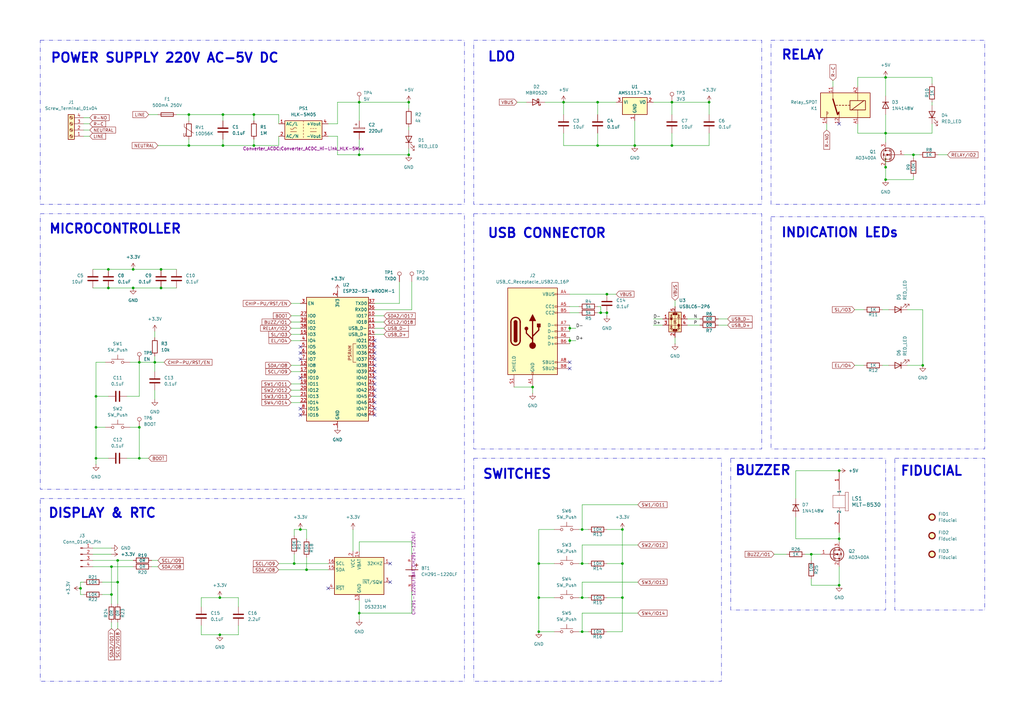
<source format=kicad_sch>
(kicad_sch (version 20250114) (generator "eeschema") (generator_version "9.0")
  (paper "A3")
  (title_block (title "ZEEN_AI_PLUG") (date "2026-01-18") (rev "v0.1.0A") (comment 1 "Design by-Lalith Kishore M"))
  (rectangle (start 16.51 87.63) (end 190.5 200.66) (stroke (width 0) (type dash_dot_dot)))
  (rectangle (start 194.31 16.51) (end 312.42 83.82) (stroke (width 0) (type dash_dot_dot)))
  (rectangle (start 299.72 187.96) (end 363.22 250.19) (stroke (width 0) (type dash_dot_dot)))
  (rectangle (start 16.51 16.51) (end 190.5 83.82) (stroke (width 0) (type dash_dot_dot)))
  (rectangle (start 16.51 204.47) (end 190.5 279.4) (stroke (width 0) (type dash_dot_dot)))
  (rectangle (start 316.23 88.9) (end 403.86 184.15) (stroke (width 0) (type dash_dot_dot)))
  (rectangle (start 367.03 187.96) (end 403.86 250.19) (stroke (width 0) (type dash_dot_dot)))
  (rectangle (start 316.23 16.51) (end 403.86 83.82) (stroke (width 0) (type dash_dot_dot)))
  (rectangle (start 194.31 187.96) (end 295.91 279.4) (stroke (width 0) (type dash_dot_dot)))
  (rectangle (start 194.31 87.63) (end 312.42 184.15) (stroke (width 0) (type dash_dot_dot)))
  (text "DISPLAY & RTC\n" (at 41.91 210.566 0) (effects (font (size 3.81 3.81) (thickness 0.762) (bold yes))))
  (text "MICROCONTROLLER\n" (at 47.244 93.98 0) (effects (font (size 3.81 3.81) (thickness 0.762) (bold yes))))
  (text "LDO" (at 205.74 23.368 0) (effects (font (size 3.81 3.81) (thickness 0.762) (bold yes))))
  (text "FIDUCIAL" (at 382.016 193.294 0) (effects (font (size 3.81 3.81) (thickness 0.762) (bold yes))))
  (text "POWER SUPPLY 220V AC-5V DC" (at 67.564 23.876 0) (effects (font (size 3.81 3.81) (thickness 0.762) (bold yes))))
  (text "BUZZER" (at 312.928 193.04 0) (effects (font (size 3.81 3.81) (thickness 0.762) (bold yes))))
  (text "INDICATION LEDs\n" (at 344.424 95.504 0) (effects (font (size 3.81 3.81) (thickness 0.762) (bold yes))))
  (text "SWITCHES" (at 212.09 194.564 0) (effects (font (size 3.81 3.81) (thickness 0.762) (bold yes))))
  (text "USB CONNECTOR" (at 224.282 95.758 0) (effects (font (size 3.81 3.81) (thickness 0.762) (bold yes))))
  (text "RELAY" (at 329.184 22.606 0) (effects (font (size 3.81 3.81) (thickness 0.762) (bold yes))))
  (junction (at 147.32 251.46))
  (junction (at 255.27 217.17))
  (junction (at 90.17 245.11))
  (junction (at 167.64 63.5))
  (junction (at 344.17 193.04))
  (junction (at 245.11 59.69))
  (junction (at 125.73 233.68))
  (junction (at 104.14 59.69))
  (junction (at 238.76 217.17))
  (junction (at 54.61 118.11))
  (junction (at 57.15 175.26))
  (junction (at 238.76 231.14))
  (junction (at 66.04 118.11))
  (junction (at 220.98 245.11))
  (junction (at 374.65 63.5))
  (junction (at 332.74 227.33))
  (junction (at 231.14 41.91))
  (junction (at 248.92 120.65))
  (junction (at 363.22 31.75))
  (junction (at 255.27 231.14))
  (junction (at 54.61 110.49))
  (junction (at 290.83 41.91))
  (junction (at 44.45 110.49))
  (junction (at 39.37 175.26))
  (junction (at 48.26 229.87))
  (junction (at 123.19 217.17))
  (junction (at 275.59 41.91))
  (junction (at 66.04 110.49))
  (junction (at 63.5 148.59))
  (junction (at 91.44 46.99))
  (junction (at 344.17 240.03))
  (junction (at 90.17 260.35))
  (junction (at 147.32 41.91))
  (junction (at 218.44 158.75))
  (junction (at 45.72 243.84))
  (junction (at 246.38 128.27))
  (junction (at 363.22 54.61))
  (junction (at 45.72 232.41))
  (junction (at 220.98 231.14))
  (junction (at 363.22 68.58))
  (junction (at 344.17 220.98))
  (junction (at 167.64 41.91))
  (junction (at 33.02 241.3))
  (junction (at 104.14 46.99))
  (junction (at 77.47 59.69))
  (junction (at 238.76 245.11))
  (junction (at 77.47 46.99))
  (junction (at 39.37 187.96))
  (junction (at 245.11 41.91))
  (junction (at 275.59 59.69))
  (junction (at 233.68 139.7))
  (junction (at 248.92 128.27))
  (junction (at 120.65 231.14))
  (junction (at 233.68 134.62))
  (junction (at 57.15 187.96))
  (junction (at 260.35 59.69))
  (junction (at 363.22 73.66))
  (junction (at 238.76 259.08))
  (junction (at 378.46 149.86))
  (junction (at 44.45 118.11))
  (junction (at 255.27 245.11))
  (junction (at 220.98 259.08))
  (junction (at 91.44 59.69))
  (junction (at 57.15 148.59))
  (junction (at 48.26 238.76))
  (junction (at 147.32 63.5))
  (junction (at 39.37 162.56))
  (no_connect (at 153.67 152.4))
  (no_connect (at 153.67 149.86))
  (no_connect (at 153.67 170.18))
  (no_connect (at 153.67 160.02))
  (no_connect (at 153.67 165.1))
  (no_connect (at 153.67 139.7))
  (no_connect (at 153.67 167.64))
  (no_connect (at 153.67 162.56))
  (no_connect (at 233.68 151.13))
  (no_connect (at 233.68 148.59))
  (no_connect (at 153.67 144.78))
  (no_connect (at 123.19 167.64))
  (no_connect (at 123.19 154.94))
  (no_connect (at 160.02 231.14))
  (no_connect (at 153.67 154.94))
  (no_connect (at 153.67 142.24))
  (no_connect (at 123.19 144.78))
  (no_connect (at 123.19 147.32))
  (no_connect (at 123.19 142.24))
  (no_connect (at 344.17 50.8))
  (no_connect (at 123.19 170.18))
  (no_connect (at 134.62 241.3))
  (no_connect (at 160.02 238.76))
  (no_connect (at 153.67 157.48))
  (no_connect (at 153.67 147.32))
  (wire (pts (xy 168.91 222.25) (xy 168.91 227.33)))
  (wire (pts (xy 34.29 50.8) (xy 36.83 50.8)))
  (wire (pts (xy 153.67 127) (xy 168.91 127)))
  (wire (pts (xy 77.47 59.69) (xy 91.44 59.69)))
  (wire (pts (xy 77.47 57.15) (xy 77.47 59.69)))
  (wire (pts (xy 351.79 50.8) (xy 351.79 54.61)))
  (wire (pts (xy 220.98 259.08) (xy 227.33 259.08)))
  (wire (pts (xy 36.83 55.88) (xy 34.29 55.88)))
  (wire (pts (xy 72.39 46.99) (xy 77.47 46.99)))
  (wire (pts (xy 38.1 110.49) (xy 44.45 110.49)))
  (wire (pts (xy 54.61 110.49) (xy 66.04 110.49)))
  (wire (pts (xy 168.91 242.57) (xy 168.91 251.46)))
  (wire (pts (xy 344.17 232.41) (xy 344.17 240.03)))
  (wire (pts (xy 260.35 49.53) (xy 260.35 59.69)))
  (wire (pts (xy 53.34 148.59) (xy 57.15 148.59)))
  (wire (pts (xy 317.5 227.33) (xy 322.58 227.33)))
  (wire (pts (xy 351.79 35.56) (xy 351.79 31.75)))
  (wire (pts (xy 344.17 218.44) (xy 344.17 220.98)))
  (wire (pts (xy 326.39 212.09) (xy 326.39 220.98)))
  (wire (pts (xy 64.77 59.69) (xy 77.47 59.69)))
  (wire (pts (xy 43.18 148.59) (xy 39.37 148.59)))
  (wire (pts (xy 33.02 238.76) (xy 33.02 241.3)))
  (wire (pts (xy 120.65 217.17) (xy 123.19 217.17)))
  (wire (pts (xy 62.23 229.87) (xy 64.77 229.87)))
  (wire (pts (xy 276.86 123.19) (xy 276.86 125.73)))
  (wire (pts (xy 294.64 130.81) (xy 298.45 130.81)))
  (wire (pts (xy 104.14 59.69) (xy 114.3 59.69)))
  (wire (pts (xy 119.38 132.08) (xy 123.19 132.08)))
  (wire (pts (xy 339.09 50.8) (xy 339.09 53.34)))
  (wire (pts (xy 138.43 50.8) (xy 138.43 41.91)))
  (wire (pts (xy 119.38 165.1) (xy 123.19 165.1)))
  (wire (pts (xy 281.94 130.81) (xy 287.02 130.81)))
  (wire (pts (xy 281.94 133.35) (xy 287.02 133.35)))
  (wire (pts (xy 332.74 227.33) (xy 332.74 229.87)))
  (wire (pts (xy 63.5 148.59) (xy 67.31 148.59)))
  (wire (pts (xy 344.17 240.03) (xy 332.74 240.03)))
  (wire (pts (xy 34.29 238.76) (xy 33.02 238.76)))
  (wire (pts (xy 233.68 134.62) (xy 236.22 134.62)))
  (wire (pts (xy 237.49 217.17) (xy 238.76 217.17)))
  (wire (pts (xy 361.95 149.86) (xy 364.49 149.86)))
  (wire (pts (xy 246.38 128.27) (xy 248.92 128.27)))
  (wire (pts (xy 267.97 130.81) (xy 271.78 130.81)))
  (wire (pts (xy 104.14 46.99) (xy 114.3 46.99)))
  (wire (pts (xy 363.22 68.58) (xy 363.22 73.66)))
  (wire (pts (xy 53.34 175.26) (xy 57.15 175.26)))
  (wire (pts (xy 91.44 46.99) (xy 104.14 46.99)))
  (wire (pts (xy 138.43 55.88) (xy 138.43 63.5)))
  (wire (pts (xy 63.5 135.89) (xy 63.5 138.43)))
  (wire (pts (xy 91.44 59.69) (xy 104.14 59.69)))
  (wire (pts (xy 233.68 134.62) (xy 233.68 135.89)))
  (wire (pts (xy 34.29 48.26) (xy 36.83 48.26)))
  (wire (pts (xy 341.63 33.02) (xy 341.63 35.56)))
  (wire (pts (xy 91.44 46.99) (xy 91.44 49.53)))
  (wire (pts (xy 220.98 231.14) (xy 227.33 231.14)))
  (wire (pts (xy 119.38 160.02) (xy 123.19 160.02)))
  (wire (pts (xy 119.38 149.86) (xy 123.19 149.86)))
  (wire (pts (xy 363.22 73.66) (xy 374.65 73.66)))
  (wire (pts (xy 39.37 187.96) (xy 39.37 190.5)))
  (wire (pts (xy 82.55 256.54) (xy 82.55 260.35)))
  (wire (pts (xy 350.52 149.86) (xy 354.33 149.86)))
  (wire (pts (xy 261.62 223.52) (xy 238.76 223.52)))
  (wire (pts (xy 248.92 231.14) (xy 255.27 231.14)))
  (wire (pts (xy 48.26 229.87) (xy 54.61 229.87)))
  (wire (pts (xy 134.62 50.8) (xy 138.43 50.8)))
  (wire (pts (xy 261.62 251.46) (xy 238.76 251.46)))
  (wire (pts (xy 332.74 240.03) (xy 332.74 237.49)))
  (wire (pts (xy 275.59 59.69) (xy 260.35 59.69)))
  (wire (pts (xy 326.39 204.47) (xy 326.39 193.04)))
  (wire (pts (xy 77.47 46.99) (xy 77.47 49.53)))
  (wire (pts (xy 38.1 229.87) (xy 48.26 229.87)))
  (wire (pts (xy 363.22 31.75) (xy 382.27 31.75)))
  (wire (pts (xy 153.67 124.46) (xy 163.83 124.46)))
  (wire (pts (xy 363.22 31.75) (xy 363.22 39.37)))
  (wire (pts (xy 119.38 162.56) (xy 123.19 162.56)))
  (wire (pts (xy 119.38 137.16) (xy 123.19 137.16)))
  (wire (pts (xy 275.59 41.91) (xy 275.59 46.99)))
  (wire (pts (xy 261.62 207.01) (xy 238.76 207.01)))
  (wire (pts (xy 66.04 110.49) (xy 72.39 110.49)))
  (wire (pts (xy 33.02 241.3) (xy 33.02 243.84)))
  (wire (pts (xy 147.32 246.38) (xy 147.32 251.46)))
  (wire (pts (xy 39.37 187.96) (xy 44.45 187.96)))
  (wire (pts (xy 167.64 41.91) (xy 167.64 44.45)))
  (wire (pts (xy 38.1 232.41) (xy 45.72 232.41)))
  (wire (pts (xy 90.17 245.11) (xy 97.79 245.11)))
  (wire (pts (xy 44.45 110.49) (xy 54.61 110.49)))
  (wire (pts (xy 63.5 160.02) (xy 63.5 163.83)))
  (wire (pts (xy 45.72 232.41) (xy 54.61 232.41)))
  (wire (pts (xy 120.65 227.33) (xy 120.65 231.14)))
  (wire (pts (xy 125.73 228.6) (xy 125.73 233.68)))
  (wire (pts (xy 43.18 175.26) (xy 39.37 175.26)))
  (wire (pts (xy 220.98 217.17) (xy 220.98 231.14)))
  (wire (pts (xy 378.46 127) (xy 378.46 149.86)))
  (wire (pts (xy 168.91 251.46) (xy 147.32 251.46)))
  (wire (pts (xy 147.32 251.46) (xy 147.32 254)))
  (wire (pts (xy 54.61 118.11) (xy 66.04 118.11)))
  (wire (pts (xy 114.3 233.68) (xy 125.73 233.68)))
  (wire (pts (xy 45.72 232.41) (xy 45.72 243.84)))
  (wire (pts (xy 245.11 46.99) (xy 245.11 41.91)))
  (wire (pts (xy 218.44 158.75) (xy 218.44 161.29)))
  (wire (pts (xy 326.39 220.98) (xy 344.17 220.98)))
  (wire (pts (xy 66.04 118.11) (xy 72.39 118.11)))
  (wire (pts (xy 237.49 245.11) (xy 238.76 245.11)))
  (wire (pts (xy 382.27 41.91) (xy 382.27 43.18)))
  (wire (pts (xy 237.49 231.14) (xy 238.76 231.14)))
  (wire (pts (xy 119.38 134.62) (xy 123.19 134.62)))
  (wire (pts (xy 41.91 243.84) (xy 45.72 243.84)))
  (wire (pts (xy 233.68 128.27) (xy 237.49 128.27)))
  (wire (pts (xy 384.81 63.5) (xy 388.62 63.5)))
  (wire (pts (xy 238.76 251.46) (xy 238.76 259.08)))
  (wire (pts (xy 123.19 217.17) (xy 125.73 217.17)))
  (wire (pts (xy 125.73 233.68) (xy 134.62 233.68)))
  (wire (pts (xy 246.38 125.73) (xy 246.38 128.27)))
  (wire (pts (xy 374.65 73.66) (xy 374.65 72.39)))
  (wire (pts (xy 276.86 138.43) (xy 276.86 140.97)))
  (wire (pts (xy 267.97 41.91) (xy 275.59 41.91)))
  (wire (pts (xy 374.65 63.5) (xy 377.19 63.5)))
  (wire (pts (xy 91.44 57.15) (xy 91.44 59.69)))
  (wire (pts (xy 248.92 245.11) (xy 255.27 245.11)))
  (wire (pts (xy 60.96 46.99) (xy 64.77 46.99)))
  (wire (pts (xy 119.38 129.54) (xy 123.19 129.54)))
  (wire (pts (xy 238.76 207.01) (xy 238.76 217.17)))
  (wire (pts (xy 119.38 152.4) (xy 123.19 152.4)))
  (wire (pts (xy 39.37 148.59) (xy 39.37 162.56)))
  (wire (pts (xy 255.27 217.17) (xy 255.27 231.14)))
  (wire (pts (xy 114.3 46.99) (xy 114.3 50.8)))
  (wire (pts (xy 233.68 139.7) (xy 236.22 139.7)))
  (wire (pts (xy 255.27 231.14) (xy 255.27 245.11)))
  (wire (pts (xy 114.3 231.14) (xy 120.65 231.14)))
  (wire (pts (xy 238.76 231.14) (xy 241.3 231.14)))
  (wire (pts (xy 38.1 224.79) (xy 45.72 224.79)))
  (wire (pts (xy 374.65 63.5) (xy 374.65 64.77)))
  (wire (pts (xy 237.49 259.08) (xy 238.76 259.08)))
  (wire (pts (xy 350.52 127) (xy 354.33 127)))
  (wire (pts (xy 231.14 59.69) (xy 245.11 59.69)))
  (wire (pts (xy 45.72 255.27) (xy 45.72 257.81)))
  (wire (pts (xy 255.27 259.08) (xy 248.92 259.08)))
  (wire (pts (xy 97.79 245.11) (xy 97.79 248.92)))
  (wire (pts (xy 138.43 63.5) (xy 147.32 63.5)))
  (wire (pts (xy 351.79 31.75) (xy 363.22 31.75)))
  (wire (pts (xy 62.23 232.41) (xy 64.77 232.41)))
  (wire (pts (xy 33.02 243.84) (xy 34.29 243.84)))
  (wire (pts (xy 120.65 231.14) (xy 134.62 231.14)))
  (wire (pts (xy 38.1 118.11) (xy 44.45 118.11)))
  (wire (pts (xy 220.98 245.11) (xy 220.98 259.08)))
  (wire (pts (xy 120.65 219.71) (xy 120.65 217.17)))
  (wire (pts (xy 77.47 46.99) (xy 91.44 46.99)))
  (wire (pts (xy 238.76 238.76) (xy 238.76 245.11)))
  (wire (pts (xy 231.14 46.99) (xy 231.14 41.91)))
  (wire (pts (xy 248.92 128.27) (xy 248.92 129.54)))
  (wire (pts (xy 238.76 259.08) (xy 241.3 259.08)))
  (wire (pts (xy 45.72 243.84) (xy 45.72 247.65)))
  (wire (pts (xy 119.38 124.46) (xy 123.19 124.46)))
  (wire (pts (xy 57.15 187.96) (xy 60.96 187.96)))
  (wire (pts (xy 57.15 162.56) (xy 57.15 148.59)))
  (wire (pts (xy 57.15 148.59) (xy 63.5 148.59)))
  (wire (pts (xy 125.73 217.17) (xy 125.73 220.98)))
  (wire (pts (xy 41.91 238.76) (xy 48.26 238.76)))
  (wire (pts (xy 233.68 139.7) (xy 233.68 140.97)))
  (wire (pts (xy 147.32 63.5) (xy 167.64 63.5)))
  (wire (pts (xy 220.98 231.14) (xy 220.98 245.11)))
  (wire (pts (xy 153.67 134.62) (xy 157.48 134.62)))
  (wire (pts (xy 238.76 245.11) (xy 241.3 245.11)))
  (wire (pts (xy 363.22 64.77) (xy 363.22 68.58)))
  (wire (pts (xy 382.27 50.8) (xy 382.27 54.61)))
  (wire (pts (xy 267.97 133.35) (xy 271.78 133.35)))
  (wire (pts (xy 275.59 54.61) (xy 275.59 59.69)))
  (wire (pts (xy 147.32 226.06) (xy 147.32 222.25)))
  (wire (pts (xy 223.52 41.91) (xy 231.14 41.91)))
  (wire (pts (xy 82.55 248.92) (xy 82.55 245.11)))
  (wire (pts (xy 233.68 125.73) (xy 237.49 125.73)))
  (wire (pts (xy 231.14 41.91) (xy 245.11 41.91)))
  (wire (pts (xy 163.83 124.46) (xy 163.83 115.57)))
  (wire (pts (xy 294.64 133.35) (xy 298.45 133.35)))
  (wire (pts (xy 168.91 127) (xy 168.91 115.57)))
  (wire (pts (xy 34.29 53.34) (xy 36.83 53.34)))
  (wire (pts (xy 233.68 120.65) (xy 248.92 120.65)))
  (wire (pts (xy 90.17 260.35) (xy 97.79 260.35)))
  (wire (pts (xy 245.11 41.91) (xy 252.73 41.91)))
  (wire (pts (xy 144.78 217.17) (xy 144.78 226.06)))
  (wire (pts (xy 261.62 238.76) (xy 238.76 238.76)))
  (wire (pts (xy 119.38 157.48) (xy 123.19 157.48)))
  (wire (pts (xy 82.55 260.35) (xy 90.17 260.35)))
  (wire (pts (xy 260.35 59.69) (xy 245.11 59.69)))
  (wire (pts (xy 48.26 255.27) (xy 48.26 257.81)))
  (wire (pts (xy 290.83 41.91) (xy 275.59 41.91)))
  (wire (pts (xy 245.11 128.27) (xy 246.38 128.27)))
  (wire (pts (xy 48.26 238.76) (xy 48.26 247.65)))
  (wire (pts (xy 382.27 31.75) (xy 382.27 34.29)))
  (wire (pts (xy 52.07 162.56) (xy 57.15 162.56)))
  (wire (pts (xy 114.3 55.88) (xy 114.3 59.69)))
  (wire (pts (xy 82.55 245.11) (xy 90.17 245.11)))
  (wire (pts (xy 372.11 149.86) (xy 378.46 149.86)))
  (wire (pts (xy 153.67 132.08) (xy 157.48 132.08)))
  (wire (pts (xy 245.11 59.69) (xy 245.11 54.61)))
  (wire (pts (xy 147.32 41.91) (xy 167.64 41.91)))
  (wire (pts (xy 63.5 146.05) (xy 63.5 148.59)))
  (wire (pts (xy 238.76 217.17) (xy 241.3 217.17)))
  (wire (pts (xy 104.14 46.99) (xy 104.14 49.53)))
  (wire (pts (xy 220.98 245.11) (xy 227.33 245.11)))
  (wire (pts (xy 363.22 46.99) (xy 363.22 54.61)))
  (wire (pts (xy 290.83 54.61) (xy 290.83 59.69)))
  (wire (pts (xy 248.92 217.17) (xy 255.27 217.17)))
  (wire (pts (xy 290.83 59.69) (xy 275.59 59.69)))
  (wire (pts (xy 104.14 57.15) (xy 104.14 59.69)))
  (wire (pts (xy 38.1 227.33) (xy 45.72 227.33)))
  (wire (pts (xy 119.38 139.7) (xy 123.19 139.7)))
  (wire (pts (xy 332.74 227.33) (xy 330.2 227.33)))
  (wire (pts (xy 138.43 41.91) (xy 147.32 41.91)))
  (wire (pts (xy 39.37 162.56) (xy 44.45 162.56)))
  (wire (pts (xy 57.15 175.26) (xy 57.15 187.96)))
  (wire (pts (xy 344.17 220.98) (xy 344.17 222.25)))
  (wire (pts (xy 147.32 222.25) (xy 168.91 222.25)))
  (wire (pts (xy 57.15 187.96) (xy 52.07 187.96)))
  (wire (pts (xy 248.92 120.65) (xy 252.73 120.65)))
  (wire (pts (xy 147.32 49.53) (xy 147.32 41.91)))
  (wire (pts (xy 147.32 57.15) (xy 147.32 63.5)))
  (wire (pts (xy 370.84 63.5) (xy 374.65 63.5)))
  (wire (pts (xy 255.27 245.11) (xy 255.27 259.08)))
  (wire (pts (xy 290.83 46.99) (xy 290.83 41.91)))
  (wire (pts (xy 44.45 118.11) (xy 54.61 118.11)))
  (wire (pts (xy 134.62 55.88) (xy 138.43 55.88)))
  (wire (pts (xy 220.98 217.17) (xy 227.33 217.17)))
  (wire (pts (xy 372.11 127) (xy 378.46 127)))
  (wire (pts (xy 153.67 129.54) (xy 157.48 129.54)))
  (wire (pts (xy 245.11 125.73) (xy 246.38 125.73)))
  (wire (pts (xy 238.76 223.52) (xy 238.76 231.14)))
  (wire (pts (xy 361.95 127) (xy 364.49 127)))
  (wire (pts (xy 167.64 52.07) (xy 167.64 53.34)))
  (wire (pts (xy 63.5 148.59) (xy 63.5 152.4)))
  (wire (pts (xy 363.22 54.61) (xy 363.22 58.42)))
  (wire (pts (xy 231.14 54.61) (xy 231.14 59.69)))
  (wire (pts (xy 336.55 227.33) (xy 332.74 227.33)))
  (wire (pts (xy 48.26 229.87) (xy 48.26 238.76)))
  (wire (pts (xy 382.27 54.61) (xy 363.22 54.61)))
  (wire (pts (xy 212.09 41.91) (xy 215.9 41.91)))
  (wire (pts (xy 153.67 137.16) (xy 157.48 137.16)))
  (wire (pts (xy 326.39 193.04) (xy 344.17 193.04)))
  (wire (pts (xy 39.37 175.26) (xy 39.37 187.96)))
  (wire (pts (xy 167.64 63.5) (xy 167.64 60.96)))
  (wire (pts (xy 233.68 133.35) (xy 233.68 134.62)))
  (wire (pts (xy 351.79 54.61) (xy 363.22 54.61)))
  (wire (pts (xy 210.82 158.75) (xy 218.44 158.75)))
  (wire (pts (xy 39.37 162.56) (xy 39.37 175.26)))
  (wire (pts (xy 233.68 138.43) (xy 233.68 139.7)))
  (wire (pts (xy 97.79 260.35) (xy 97.79 256.54)))
  (label "P" (at 284.48 133.35 0))
  (label "D+" (at 267.97 133.35 0))
  (label "N" (at 284.48 130.81 0))
  (label "D-" (at 267.97 130.81 0))
  (label "D-" (at 236.22 134.62 0))
  (label "D+" (at 236.22 139.7 0))
  (global_label "BUZZ{slash}IO1" (shape input) (at 317.5 227.33 180) (property "Intersheetrefs" "${INTERSHEET_REFS}" (effects (hide yes))))
  (global_label "LINE" (shape input) (at 36.83 55.88 0) (property "Intersheetrefs" "${INTERSHEET_REFS}" (effects (hide yes))))
  (global_label "LINE" (shape input) (at 60.96 46.99 180) (property "Intersheetrefs" "${INTERSHEET_REFS}" (effects (hide yes))))
  (global_label "SL{slash}IO3" (shape input) (at 119.38 137.16 180) (property "Intersheetrefs" "${INTERSHEET_REFS}" (effects (hide yes))))
  (global_label "SDA{slash}IO8" (shape input) (at 114.3 233.68 180) (property "Intersheetrefs" "${INTERSHEET_REFS}" (effects (hide yes))))
  (global_label "VBUS" (shape input) (at 276.86 123.19 90) (property "Intersheetrefs" "${INTERSHEET_REFS}" (effects (hide yes))))
  (global_label "SDA2{slash}IO17" (shape input) (at 157.48 129.54 0) (property "Intersheetrefs" "${INTERSHEET_REFS}" (effects (hide yes))))
  (global_label "VBUS" (shape input) (at 252.73 120.65 0) (property "Intersheetrefs" "${INTERSHEET_REFS}" (effects (hide yes))))
  (global_label "CHIP-PU{slash}RST{slash}EN" (shape input) (at 119.38 124.46 180) (property "Intersheetrefs" "${INTERSHEET_REFS}" (effects (hide yes))))
  (global_label "USB_D+" (shape input) (at 298.45 133.35 0) (property "Intersheetrefs" "${INTERSHEET_REFS}" (effects (hide yes))))
  (global_label "VBUS" (shape input) (at 212.09 41.91 180) (property "Intersheetrefs" "${INTERSHEET_REFS}" (effects (hide yes))))
  (global_label "BOOT" (shape input) (at 119.38 129.54 180) (property "Intersheetrefs" "${INTERSHEET_REFS}" (effects (hide yes))))
  (global_label "SW1{slash}IO11" (shape input) (at 119.38 157.48 180) (property "Intersheetrefs" "${INTERSHEET_REFS}" (effects (hide yes))))
  (global_label "R-NO" (shape input) (at 36.83 48.26 0) (property "Intersheetrefs" "${INTERSHEET_REFS}" (effects (hide yes))))
  (global_label "SDA{slash}IO8" (shape input) (at 119.38 149.86 180) (property "Intersheetrefs" "${INTERSHEET_REFS}" (effects (hide yes))))
  (global_label "SW3{slash}IO13" (shape input) (at 261.62 238.76 0) (property "Intersheetrefs" "${INTERSHEET_REFS}" (effects (hide yes))))
  (global_label "SDA2{slash}IO17" (shape input) (at 45.72 257.81 270) (property "Intersheetrefs" "${INTERSHEET_REFS}" (effects (hide yes))))
  (global_label "SCL{slash}IO9" (shape input) (at 114.3 231.14 180) (property "Intersheetrefs" "${INTERSHEET_REFS}" (effects (hide yes))))
  (global_label "SCL{slash}IO9" (shape input) (at 64.77 229.87 0) (property "Intersheetrefs" "${INTERSHEET_REFS}" (effects (hide yes))))
  (global_label "SW4{slash}IO14" (shape input) (at 261.62 251.46 0) (property "Intersheetrefs" "${INTERSHEET_REFS}" (effects (hide yes))))
  (global_label "SCL{slash}IO9" (shape input) (at 119.38 152.4 180) (property "Intersheetrefs" "${INTERSHEET_REFS}" (effects (hide yes))))
  (global_label "SW3{slash}IO13" (shape input) (at 119.38 162.56 180) (property "Intersheetrefs" "${INTERSHEET_REFS}" (effects (hide yes))))
  (global_label "BOOT" (shape input) (at 60.96 187.96 0) (property "Intersheetrefs" "${INTERSHEET_REFS}" (effects (hide yes))))
  (global_label "R-NO" (shape input) (at 339.09 53.34 270) (property "Intersheetrefs" "${INTERSHEET_REFS}" (effects (hide yes))))
  (global_label "EL{slash}IO4" (shape input) (at 119.38 139.7 180) (property "Intersheetrefs" "${INTERSHEET_REFS}" (effects (hide yes))))
  (global_label "SW2{slash}IO12" (shape input) (at 261.62 223.52 0) (property "Intersheetrefs" "${INTERSHEET_REFS}" (effects (hide yes))))
  (global_label "BUZZ{slash}IO1" (shape input) (at 119.38 132.08 180) (property "Intersheetrefs" "${INTERSHEET_REFS}" (effects (hide yes))))
  (global_label "SW4{slash}IO14" (shape input) (at 119.38 165.1 180) (property "Intersheetrefs" "${INTERSHEET_REFS}" (effects (hide yes))))
  (global_label "NEUTRAL" (shape input) (at 36.83 53.34 0) (property "Intersheetrefs" "${INTERSHEET_REFS}" (effects (hide yes))))
  (global_label "R-C" (shape input) (at 341.63 33.02 90) (property "Intersheetrefs" "${INTERSHEET_REFS}" (effects (hide yes))))
  (global_label "USB_D-" (shape input) (at 298.45 130.81 0) (property "Intersheetrefs" "${INTERSHEET_REFS}" (effects (hide yes))))
  (global_label "RELAY{slash}IO2" (shape input) (at 388.62 63.5 0) (property "Intersheetrefs" "${INTERSHEET_REFS}" (effects (hide yes))))
  (global_label "USB_D-" (shape input) (at 157.48 134.62 0) (property "Intersheetrefs" "${INTERSHEET_REFS}" (effects (hide yes))))
  (global_label "R-C" (shape input) (at 36.83 50.8 0) (property "Intersheetrefs" "${INTERSHEET_REFS}" (effects (hide yes))))
  (global_label "SL{slash}IO3" (shape input) (at 350.52 127 180) (property "Intersheetrefs" "${INTERSHEET_REFS}" (effects (hide yes))))
  (global_label "USB_D+" (shape input) (at 157.48 137.16 0) (property "Intersheetrefs" "${INTERSHEET_REFS}" (effects (hide yes))))
  (global_label "SCL2{slash}IO18" (shape input) (at 157.48 132.08 0) (property "Intersheetrefs" "${INTERSHEET_REFS}" (effects (hide yes))))
  (global_label "SW2{slash}IO12" (shape input) (at 119.38 160.02 180) (property "Intersheetrefs" "${INTERSHEET_REFS}" (effects (hide yes))))
  (global_label "NEUTRAL" (shape input) (at 64.77 59.69 180) (property "Intersheetrefs" "${INTERSHEET_REFS}" (effects (hide yes))))
  (global_label "SCL2{slash}IO18" (shape input) (at 48.26 257.81 270) (property "Intersheetrefs" "${INTERSHEET_REFS}" (effects (hide yes))))
  (global_label "CHIP-PU{slash}RST{slash}EN" (shape input) (at 67.31 148.59 0) (property "Intersheetrefs" "${INTERSHEET_REFS}" (effects (hide yes))))
  (global_label "SW1{slash}IO11" (shape input) (at 261.62 207.01 0) (property "Intersheetrefs" "${INTERSHEET_REFS}" (effects (hide yes))))
  (global_label "RELAY{slash}IO2" (shape input) (at 119.38 134.62 180) (property "Intersheetrefs" "${INTERSHEET_REFS}" (effects (hide yes))))
  (global_label "SDA{slash}IO8" (shape input) (at 64.77 232.41 0) (property "Intersheetrefs" "${INTERSHEET_REFS}" (effects (hide yes))))
  (global_label "EL{slash}IO4" (shape input) (at 350.52 149.86 180) (property "Intersheetrefs" "${INTERSHEET_REFS}" (effects (hide yes))))
  (symbol (lib_id "Device:LED") (at 368.3 127 180) (unit 1)
    (property "Reference" "D5" (at 368.6174 123.19 90) (effects (justify right)))
    (property "Value" "RED_LED" (at 371.1574 123.19 90) (effects (justify right)))
    (property "Footprint" "LED_THT:LED_D3.0mm" (effects (hide yes)))
    (property "Description" "Light emitting diode" (effects (hide yes)))
    (property "Sim.Pins" "1=K 2=A" (effects (hide yes)))
  )
  (symbol (lib_id "Connector:TestPoint") (at 147.32 41.91 0) (unit 1)
    (property "Reference" "TP4" (at 149.098 38.1 0) (effects (justify left)))
    (property "Value" "5V" (at 149.098 40.64 0) (effects (justify left)))
    (property "Footprint" "TestPoint:TestPoint_2Pads_Pitch5.08mm_Drill1.3mm" (effects (hide yes)))
    (property "Description" "test point" (effects (hide yes)))
  )
  (symbol (lib_id "power:+5V") (at 167.64 41.91 0) (unit 1)
    (property "Reference" "#PWR02" (effects (hide yes)))
    (property "Value" "+5V" (at 167.64 36.83 0))
    (property "Description" "Power symbol creates a global label with name \"+5V\"" (effects (hide yes)))
  )
  (symbol (lib_id "power:+3.3V") (at 123.19 217.17 0) (unit 1)
    (property "Reference" "#PWR020" (effects (hide yes)))
    (property "Value" "+3.3V" (at 123.19 212.09 0))
    (property "Description" "Power symbol creates a global label with name \"+3.3V\"" (effects (hide yes)))
  )
  (symbol (lib_id "CH291-1220LF:CH291-1220LF") (at 168.91 234.95 270) (unit 1)
    (property "Reference" "BT1" (at 172.72 233.0449 90) (effects (justify left)))
    (property "Value" "CH291-1220LF" (at 172.72 235.5849 90) (effects (justify left)))
    (property "Footprint" "CH291-1220LF:BAT_CH291-1220LF" (at 168.91 234.95 0) (effects (justify bottom)))
    (property "MF" "Multicomp" (effects (hide yes)))
    (property "MAXIMUM_PACKAGE_HEIGHT" "4.2mm" (effects (hide yes)))
    (property "Package" "None" (effects (hide yes)))
    (property "Price" "None" (effects (hide yes)))
    (property "Check_prices" "https://www.snapeda.com/parts/CH291-1220LF/Multicomp/view-part/?ref=eda" (effects (hide yes)))
    (property "STANDARD" "Manufacturer Recommendations" (effects (hide yes)))
    (property "PARTREV" "A" (effects (hide yes)))
    (property "SnapEDA_Link" "https://www.snapeda.com/parts/CH291-1220LF/Multicomp/view-part/?ref=snap" (effects (hide yes)))
    (property "MP" "CH291-1220LF" (effects (hide yes)))
    (property "Description_1" "BATTERY HOLDER, SMT, 12MM; Accessory Type: Coin Cell Battery Holder; For Use With: 1220 Coin Cell Batteries; Battery ..." (effects (hide yes)))
    (property "Availability" "In Stock" (effects (hide yes)))
    (property "MANUFACTURER" "Multicomp" (effects (hide yes)))
  )
  (symbol (lib_id "power:GND") (at 63.5 163.83 0) (unit 1)
    (property "Reference" "#PWR010" (effects (hide yes)))
    (property "Value" "GND" (at 63.5 168.91 0))
    (property "Description" "Power symbol creates a global label with name \"GND\" , ground" (effects (hide yes)))
  )
  (symbol (lib_id "Device:R") (at 58.42 229.87 90) (unit 1)
    (property "Reference" "R19" (at 58.42 227.838 90))
    (property "Value" "0R" (at 58.42 229.87 90))
    (property "Footprint" "Resistor_SMD:R_0603_1608Metric" (effects (hide yes)))
    (property "Description" "Resistor" (effects (hide yes)))
  )
  (symbol (lib_id "Device:C") (at 231.14 50.8 0) (unit 1)
    (property "Reference" "C3" (at 234.95 49.5299 0) (effects (justify left)))
    (property "Value" "10uF" (at 234.95 52.0699 0) (effects (justify left)))
    (property "Footprint" "Capacitor_SMD:C_0805_2012Metric" (effects (hide yes)))
    (property "Description" "Unpolarized capacitor" (effects (hide yes)))
  )
  (symbol (lib_id "Device:R") (at 45.72 251.46 0) (unit 1)
    (property "Reference" "R24" (at 43.434 251.46 90))
    (property "Value" "0R" (at 45.72 251.46 90))
    (property "Footprint" "Resistor_SMD:R_0603_1608Metric" (effects (hide yes)))
    (property "Description" "Resistor" (effects (hide yes)))
  )
  (symbol (lib_id "power:+3.3V") (at 144.78 217.17 0) (unit 1)
    (property "Reference" "#PWR019" (effects (hide yes)))
    (property "Value" "+3.3V" (at 144.78 212.09 0))
    (property "Description" "Power symbol creates a global label with name \"+3.3V\"" (effects (hide yes)))
  )
  (symbol (lib_id "Device:C") (at 248.92 124.46 0) (unit 1)
    (property "Reference" "C14" (at 252.73 123.1899 0) (effects (justify left)))
    (property "Value" "0.1uF" (at 252.73 125.7299 0) (effects (justify left)))
    (property "Footprint" "Capacitor_SMD:C_0603_1608Metric" (effects (hide yes)))
    (property "Description" "Unpolarized capacitor" (effects (hide yes)))
  )
  (symbol (lib_id "power:GND") (at 276.86 140.97 0) (unit 1)
    (property "Reference" "#PWR014" (effects (hide yes)))
    (property "Value" "GND" (at 276.86 146.05 0))
    (property "Description" "Power symbol creates a global label with name \"GND\" , ground" (effects (hide yes)))
  )
  (symbol (lib_id "power:GND") (at 363.22 73.66 0) (unit 1)
    (property "Reference" "#PWR015" (effects (hide yes)))
    (property "Value" "GND" (at 363.22 78.74 0))
    (property "Description" "Power symbol creates a global label with name \"GND\" , ground" (effects (hide yes)))
  )
  (symbol (lib_id "Switch:SW_Push") (at 232.41 245.11 0) (unit 1)
    (property "Reference" "SW4" (at 232.41 237.49 0))
    (property "Value" "SW_Push" (at 232.41 240.03 0))
    (property "Footprint" "Button_Switch_THT:SW_PUSH_6mm" (effects (hide yes)))
    (property "Description" "Push button switch, generic, two pins" (effects (hide yes)))
  )
  (symbol (lib_id "power:GND") (at 54.61 118.11 0) (unit 1)
    (property "Reference" "#PWR07" (effects (hide yes)))
    (property "Value" "GND" (at 54.61 123.19 0))
    (property "Description" "Power symbol creates a global label with name \"GND\" , ground" (effects (hide yes)))
  )
  (symbol (lib_id "power:GND") (at 378.46 149.86 0) (unit 1)
    (property "Reference" "#PWR016" (effects (hide yes)))
    (property "Value" "GND" (at 378.46 154.94 0))
    (property "Description" "Power symbol creates a global label with name \"GND\" , ground" (effects (hide yes)))
  )
  (symbol (lib_id "Diode:1N4148W") (at 363.22 43.18 270) (unit 1)
    (property "Reference" "D3" (at 365.76 41.9099 90) (effects (justify left)))
    (property "Value" "1N4148W" (at 365.76 44.4499 90) (effects (justify left)))
    (property "Footprint" "Diode_SMD:D_SOD-123" (effects (hide yes)))
    (property "Datasheet" "https://www.vishay.com/docs/85748/1n4148w.pdf" (effects (hide yes)))
    (property "Description" "75V 0.15A Fast Switching Diode, SOD-123" (effects (hide yes)))
    (property "Sim.Device" "D" (effects (hide yes)))
    (property "Sim.Pins" "1=K 2=A" (effects (hide yes)))
  )
  (symbol (lib_id "Device:R") (at 167.64 48.26 0) (unit 1)
    (property "Reference" "R2" (at 170.18 46.9899 0) (effects (justify left)))
    (property "Value" "4k" (at 170.18 49.5299 0) (effects (justify left)))
    (property "Footprint" "Resistor_SMD:R_0603_1608Metric" (effects (hide yes)))
    (property "Description" "Resistor" (effects (hide yes)))
  )
  (symbol (lib_id "power:GND") (at 248.92 129.54 0) (unit 1)
    (property "Reference" "#PWR011" (effects (hide yes)))
    (property "Value" "GND" (at 248.92 134.62 0))
    (property "Description" "Power symbol creates a global label with name \"GND\" , ground" (effects (hide yes)))
  )
  (symbol (lib_id "Connector:TestPoint") (at 168.91 115.57 0) (unit 1)
    (property "Reference" "TP2" (at 170.688 111.76 0) (effects (justify left)))
    (property "Value" "RXD0" (at 170.688 114.3 0) (effects (justify left)))
    (property "Footprint" "TestPoint:TestPoint_2Pads_Pitch5.08mm_Drill1.3mm" (effects (hide yes)))
    (property "Description" "test point" (effects (hide yes)))
  )
  (symbol (lib_id "Device:R") (at 332.74 233.68 0) (mirror x) (unit 1)
    (property "Reference" "R25" (at 334.772 233.68 90))
    (property "Value" "10K" (at 332.74 232.664 90))
    (property "Footprint" "Resistor_SMD:R_0603_1608Metric" (effects (hide yes)))
    (property "Description" "Resistor" (effects (hide yes)))
  )
  (symbol (lib_id "Device:C") (at 48.26 162.56 90) (unit 1)
    (property "Reference" "C11" (at 48.26 154.94 90))
    (property "Value" "0.1uF" (at 48.26 157.48 90))
    (property "Footprint" "Capacitor_SMD:C_0603_1608Metric" (effects (hide yes)))
    (property "Description" "Unpolarized capacitor" (effects (hide yes)))
  )
  (symbol (lib_id "Device:Fuse") (at 68.58 46.99 90) (unit 1)
    (property "Reference" "F1" (at 68.58 40.64 90))
    (property "Value" "500mA 250V" (at 68.58 43.18 90))
    (property "Footprint" "Fuse:Fuse_Littelfuse_395Series" (effects (hide yes)))
    (property "Description" "Fuse" (effects (hide yes)))
  )
  (symbol (lib_id "Device:C") (at 245.11 50.8 0) (unit 1)
    (property "Reference" "C4" (at 248.92 49.5299 0) (effects (justify left)))
    (property "Value" "0.1uF" (at 248.92 52.0699 0) (effects (justify left)))
    (property "Footprint" "Capacitor_SMD:C_0603_1608Metric" (effects (hide yes)))
    (property "Description" "Unpolarized capacitor" (effects (hide yes)))
  )
  (symbol (lib_id "Relay:Relay_SPDT") (at 346.71 43.18 180) (unit 1)
    (property "Reference" "K1" (at 335.28 44.4501 0) (effects (justify left)))
    (property "Value" "Relay_SPDT" (at 335.28 41.9101 0) (effects (justify left)))
    (property "Footprint" "Relay_THT:Relay_SPDT_Hongfa_HF3F-L-xx-1ZL1T" (effects (hide yes)))
    (property "Description" "Relay SPDT, monostable, EN50005" (effects (hide yes)))
  )
  (symbol (lib_id "power:GND") (at 344.17 240.03 0) (mirror y) (unit 1)
    (property "Reference" "#PWR027" (effects (hide yes)))
    (property "Value" "GND" (at 344.17 245.11 0))
    (property "Description" "Power symbol creates a global label with name \"GND\" , ground" (effects (hide yes)))
  )
  (symbol (lib_id "Switch:SW_Push") (at 232.41 231.14 0) (unit 1)
    (property "Reference" "SW3" (at 232.41 223.52 0))
    (property "Value" "SW_Push" (at 232.41 226.06 0))
    (property "Footprint" "Button_Switch_THT:SW_PUSH_6mm" (effects (hide yes)))
    (property "Description" "Push button switch, generic, two pins" (effects (hide yes)))
  )
  (symbol (lib_id "power:GND") (at 147.32 254 0) (unit 1)
    (property "Reference" "#PWR021" (effects (hide yes)))
    (property "Value" "GND" (at 147.32 259.08 0))
    (property "Description" "Power symbol creates a global label with name \"GND\" , ground" (effects (hide yes)))
  )
  (symbol (lib_id "Device:C") (at 91.44 53.34 0) (unit 1)
    (property "Reference" "C1" (at 95.25 52.0699 0) (effects (justify left)))
    (property "Value" "0.1uF" (at 95.25 54.6099 0) (effects (justify left)))
    (property "Footprint" "Capacitor_THT:C_Rect_L13.0mm_W6.0mm_P10.00mm_FKS3_FKP3_MKS4" (effects (hide yes)))
    (property "Description" "Unpolarized capacitor" (effects (hide yes)))
  )
  (symbol (lib_id "Device:LED") (at 382.27 46.99 90) (unit 1)
    (property "Reference" "D4" (at 386.08 47.3074 90) (effects (justify right)))
    (property "Value" "RED_LED" (at 386.08 49.8474 90) (effects (justify right)))
    (property "Footprint" "LED_SMD:LED_0603_1608Metric_Pad1.05x0.95mm_HandSolder" (effects (hide yes)))
    (property "Description" "Light emitting diode" (effects (hide yes)))
    (property "Sim.Pins" "1=K 2=A" (effects (hide yes)))
  )
  (symbol (lib_id "power:+5V") (at 231.14 41.91 0) (unit 1)
    (property "Reference" "#PWR03" (effects (hide yes)))
    (property "Value" "+5V" (at 231.14 36.83 0))
    (property "Description" "Power symbol creates a global label with name \"+5V\"" (effects (hide yes)))
  )
  (symbol (lib_id "RF_Module:ESP32-S3-WROOM-1") (at 138.43 147.32 0) (unit 1)
    (property "Reference" "U2" (at 140.5733 116.84 0) (effects (justify left)))
    (property "Value" "ESP32-S3-WROOM-1" (at 140.5733 119.38 0) (effects (justify left)))
    (property "Footprint" "RF_Module:ESP32-S3-WROOM-1" (effects (hide yes)))
    (property "Datasheet" "https://www.espressif.com/sites/default/files/documentation/esp32-s3-wroom-1_wroom-1u_datasheet_en.pdf" (effects (hide yes)))
    (property "Description" "RF Module, ESP32-S3 SoC, Wi-Fi 802.11b/g/n, Bluetooth, BLE, 32-bit, 3.3V, onboard antenna, SMD" (effects (hide yes)))
  )
  (symbol (lib_id "Device:C_Polarized") (at 147.32 53.34 0) (unit 1)
    (property "Reference" "C2" (at 151.13 51.1809 0) (effects (justify left)))
    (property "Value" "220uF" (at 151.13 53.7209 0) (effects (justify left)))
    (property "Footprint" "Capacitor_SMD:CP_Elec_8x10" (effects (hide yes)))
    (property "Description" "Polarized capacitor" (effects (hide yes)))
  )
  (symbol (lib_id "Connector:TestPoint") (at 57.15 148.59 0) (unit 1)
    (property "Reference" "TP5" (at 58.928 144.78 0) (effects (justify left)))
    (property "Value" "EN" (at 58.928 147.32 0) (effects (justify left)))
    (property "Footprint" "TestPoint:TestPoint_2Pads_Pitch5.08mm_Drill1.3mm" (effects (hide yes)))
    (property "Description" "test point" (effects (hide yes)))
  )
  (symbol (lib_id "Connector:Screw_Terminal_01x04") (at 29.21 53.34 180) (unit 1)
    (property "Reference" "J1" (at 29.21 41.91 0))
    (property "Value" "Screw_Terminal_01x04" (at 29.21 44.45 0))
    (property "Footprint" "TerminalBlock:TerminalBlock_MaiXu_MX126-5.0-04P_1x04_P5.00mm" (effects (hide yes)))
    (property "Description" "Generic screw terminal, single row, 01x04, script generated (kicad-library-utils/schlib/autogen/connector/)" (effects (hide yes)))
  )
  (symbol (lib_id "Device:C") (at 48.26 187.96 90) (unit 1)
    (property "Reference" "C12" (at 48.26 180.34 90))
    (property "Value" "0.1uF" (at 48.26 182.88 90))
    (property "Footprint" "Capacitor_SMD:C_0603_1608Metric" (effects (hide yes)))
    (property "Description" "Unpolarized capacitor" (effects (hide yes)))
  )
  (symbol (lib_id "power:+5V") (at 344.17 193.04 270) (unit 1)
    (property "Reference" "#PWR030" (effects (hide yes)))
    (property "Value" "+5V" (at 347.98 193.0399 90) (effects (justify left)))
    (property "Description" "Power symbol creates a global label with name \"+5V\"" (effects (hide yes)))
  )
  (symbol (lib_id "power:+3.3V") (at 54.61 110.49 0) (unit 1)
    (property "Reference" "#PWR06" (effects (hide yes)))
    (property "Value" "+3.3V" (at 54.61 105.41 0))
    (property "Description" "Power symbol creates a global label with name \"+3.3V\"" (effects (hide yes)))
  )
  (symbol (lib_id "Switch:SW_Push") (at 232.41 259.08 0) (unit 1)
    (property "Reference" "SW5" (at 232.41 251.46 0))
    (property "Value" "SW_Push" (at 232.41 254 0))
    (property "Footprint" "Button_Switch_THT:SW_PUSH_6mm" (effects (hide yes)))
    (property "Description" "Push button switch, generic, two pins" (effects (hide yes)))
  )
  (symbol (lib_id "Connector:TestPoint") (at 57.15 175.26 0) (unit 1)
    (property "Reference" "TP6" (at 58.928 171.45 0) (effects (justify left)))
    (property "Value" "BOOT" (at 58.928 173.99 0) (effects (justify left)))
    (property "Footprint" "TestPoint:TestPoint_2Pads_Pitch5.08mm_Drill1.3mm" (effects (hide yes)))
    (property "Description" "test point" (effects (hide yes)))
  )
  (symbol (lib_id "power:+3.3V") (at 138.43 119.38 0) (unit 1)
    (property "Reference" "#PWR028" (effects (hide yes)))
    (property "Value" "+3.3V" (at 138.43 114.3 0))
    (property "Description" "Power symbol creates a global label with name \"+3.3V\"" (effects (hide yes)))
  )
  (symbol (lib_id "Switch:SW_Push") (at 232.41 217.17 0) (unit 1)
    (property "Reference" "SW6" (at 232.41 209.55 0))
    (property "Value" "SW_Push" (at 232.41 212.09 0))
    (property "Footprint" "Button_Switch_THT:SW_PUSH_6mm" (effects (hide yes)))
    (property "Description" "Push button switch, generic, two pins" (effects (hide yes)))
  )
  (symbol (lib_id "Timer_RTC:DS3231M") (at 147.32 236.22 0) (unit 1)
    (property "Reference" "U4" (at 149.4633 246.38 0) (effects (justify left)))
    (property "Value" "DS3231M" (at 149.4633 248.92 0) (effects (justify left)))
    (property "Footprint" "Package_SO:SOIC-16W_7.5x10.3mm_P1.27mm" (effects (hide yes)))
    (property "Datasheet" "http://datasheets.maximintegrated.com/en/ds/DS3231.pdf" (effects (hide yes)))
    (property "Description" "Extremely Accurate I2C-Integrated RTC/TCXO/Crystal SOIC-16" (effects (hide yes)))
  )
  (symbol (lib_id "Device:C") (at 63.5 156.21 0) (unit 1)
    (property "Reference" "C13" (at 67.31 154.9399 0) (effects (justify left)))
    (property "Value" "0.1uF" (at 67.31 157.4799 0) (effects (justify left)))
    (property "Footprint" "Capacitor_SMD:C_0603_1608Metric" (effects (hide yes)))
    (property "Description" "Unpolarized capacitor" (effects (hide yes)))
  )
  (symbol (lib_id "Device:R") (at 290.83 133.35 90) (unit 1)
    (property "Reference" "R7" (at 290.83 135.636 90))
    (property "Value" "0R" (at 290.83 133.35 90))
    (property "Footprint" "Resistor_SMD:R_0603_1608Metric" (effects (hide yes)))
    (property "Description" "Resistor" (effects (hide yes)))
  )
  (symbol (lib_id "power:+3.3V") (at 90.17 245.11 0) (unit 1)
    (property "Reference" "#PWR022" (effects (hide yes)))
    (property "Value" "+3.3V" (at 90.17 240.03 0))
    (property "Description" "Power symbol creates a global label with name \"+3.3V\"" (effects (hide yes)))
  )
  (symbol (lib_id "Diode:1N4148W") (at 326.39 208.28 270) (unit 1)
    (property "Reference" "D7" (at 328.93 207.0099 90) (effects (justify left)))
    (property "Value" "1N4148W" (at 328.93 209.5499 90) (effects (justify left)))
    (property "Footprint" "Diode_SMD:D_SOD-123" (effects (hide yes)))
    (property "Datasheet" "https://www.vishay.com/docs/85748/1n4148w.pdf" (effects (hide yes)))
    (property "Description" "75V 0.15A Fast Switching Diode, SOD-123" (effects (hide yes)))
    (property "Sim.Device" "D" (effects (hide yes)))
    (property "Sim.Pins" "1=K 2=A" (effects (hide yes)))
  )
  (symbol (lib_id "Device:R") (at 290.83 130.81 90) (unit 1)
    (property "Reference" "R6" (at 290.83 128.778 90))
    (property "Value" "0R" (at 290.83 130.81 90))
    (property "Footprint" "Resistor_SMD:R_0603_1608Metric" (effects (hide yes)))
    (property "Description" "Resistor" (effects (hide yes)))
  )
  (symbol (lib_id "Device:C") (at 44.45 114.3 0) (unit 1)
    (property "Reference" "C8" (at 48.26 113.0299 0) (effects (justify left)))
    (property "Value" "0.1uF" (at 48.26 115.5699 0) (effects (justify left)))
    (property "Footprint" "Capacitor_SMD:C_0603_1608Metric" (effects (hide yes)))
    (property "Description" "Unpolarized capacitor" (effects (hide yes)))
  )
  (symbol (lib_id "power:GND") (at 39.37 190.5 0) (unit 1)
    (property "Reference" "#PWR09" (effects (hide yes)))
    (property "Value" "GND" (at 39.37 195.58 0))
    (property "Description" "Power symbol creates a global label with name \"GND\" , ground" (effects (hide yes)))
  )
  (symbol (lib_id "Converter_ACDC:HLK-5M05") (at 124.46 53.34 0) (unit 1)
    (property "Reference" "PS1" (at 124.46 44.45 0))
    (property "Value" "HLK-5M05" (at 124.46 46.99 0))
    (property "Footprint" "Converter_ACDC:Converter_ACDC_Hi-Link_HLK-5Mxx" (at 124.46 60.96 0))
    (property "Datasheet" "http://h.hlktech.com/download/ACDC%E7%94%B5%E6%BA%90%E6%A8%A1%E5%9D%975W%E7%B3%BB%E5%88%97/1/%E6%B5%B7%E5%87%8C%E7%A7%915W%E7%B3%BB%E5%88%97%E7%94%B5%E6%BA%90%E6%A8%A1%E5%9D%97%E8%A7%84%E6%A0%BC%E4%B9%A6V2.8.pdf" (effects (hide yes)))
    (property "Description" "Compact AC/DC board mount power module 5W, 5V 1A" (effects (hide yes)))
  )
  (symbol (lib_id "Device:R") (at 58.42 232.41 90) (unit 1)
    (property "Reference" "R20" (at 58.42 234.696 90))
    (property "Value" "0R" (at 58.42 232.41 90))
    (property "Footprint" "Resistor_SMD:R_0603_1608Metric" (effects (hide yes)))
    (property "Description" "Resistor" (effects (hide yes)))
  )
  (symbol (lib_id "Device:R") (at 381 63.5 90) (unit 1)
    (property "Reference" "R8" (at 381 61.468 90))
    (property "Value" "1K" (at 381 63.5 90))
    (property "Footprint" "Resistor_SMD:R_0603_1608Metric" (effects (hide yes)))
    (property "Description" "Resistor" (effects (hide yes)))
  )
  (symbol (lib_id "power:GND") (at 260.35 59.69 0) (unit 1)
    (property "Reference" "#PWR05" (effects (hide yes)))
    (property "Value" "GND" (at 260.35 64.77 0))
    (property "Description" "Power symbol creates a global label with name \"GND\" , ground" (effects (hide yes)))
  )
  (symbol (lib_id "Device:R") (at 374.65 68.58 180) (unit 1)
    (property "Reference" "R9" (at 372.618 68.58 90))
    (property "Value" "10K" (at 374.65 68.58 90))
    (property "Footprint" "Resistor_SMD:R_0603_1608Metric" (effects (hide yes)))
    (property "Description" "Resistor" (effects (hide yes)))
  )
  (symbol (lib_id "Device:R") (at 382.27 38.1 180) (unit 1)
    (property "Reference" "R10" (at 380.238 38.1 90))
    (property "Value" "1K" (at 382.27 38.1 90))
    (property "Footprint" "Resistor_SMD:R_0603_1608Metric" (effects (hide yes)))
    (property "Description" "Resistor" (effects (hide yes)))
  )
  (symbol (lib_id "Device:Varistor") (at 77.47 53.34 0) (unit 1)
    (property "Reference" "RV1" (at 80.01 52.2632 0) (effects (justify left)))
    (property "Value" "10D56K" (at 80.01 54.8032 0) (effects (justify left)))
    (property "Footprint" "Varistor:RV_Disc_D12mm_W5.8mm_P7.5mm" (effects (hide yes)))
    (property "Description" "Voltage dependent resistor" (effects (hide yes)))
    (property "Sim.Name" "kicad_builtin_varistor" (effects (hide yes)))
    (property "Sim.Device" "SUBCKT" (effects (hide yes)))
    (property "Sim.Pins" "1=A 2=B" (effects (hide yes)))
    (property "Sim.Params" "threshold=1k" (effects (hide yes)))
    (property "Sim.Library" "${KICAD9_SYMBOL_DIR}/Simulation_SPICE.sp" (effects (hide yes)))
  )
  (symbol (lib_id "Device:R") (at 125.73 224.79 0) (unit 1)
    (property "Reference" "R18" (at 127.762 224.79 90))
    (property "Value" "10K" (at 125.73 224.79 90))
    (property "Footprint" "Resistor_SMD:R_0603_1608Metric" (effects (hide yes)))
    (property "Description" "Resistor" (effects (hide yes)))
  )
  (symbol (lib_id "Device:R") (at 120.65 223.52 0) (unit 1)
    (property "Reference" "R17" (at 122.682 223.52 90))
    (property "Value" "10K" (at 120.65 223.52 90))
    (property "Footprint" "Resistor_SMD:R_0603_1608Metric" (effects (hide yes)))
    (property "Description" "Resistor" (effects (hide yes)))
  )
  (symbol (lib_id "Mechanical:Fiducial") (at 382.27 212.09 0) (unit 1) (in_bom no)
    (property "Reference" "FID1" (at 384.81 210.8199 0) (effects (justify left)))
    (property "Value" "Fiducial" (at 384.81 213.3599 0) (effects (justify left)))
    (property "Footprint" "Fiducial:Fiducial_0.75mm_Mask1.5mm" (effects (hide yes)))
    (property "Description" "Fiducial Marker" (effects (hide yes)))
  )
  (symbol (lib_id "power:+3.3V") (at 45.72 227.33 270) (unit 1)
    (property "Reference" "#PWR024" (effects (hide yes)))
    (property "Value" "+3.3V" (at 49.53 227.3299 90) (effects (justify left)))
    (property "Description" "Power symbol creates a global label with name \"+3.3V\"" (effects (hide yes)))
  )
  (symbol (lib_id "Device:R") (at 63.5 142.24 0) (unit 1)
    (property "Reference" "R3" (at 66.04 140.9699 0) (effects (justify left)))
    (property "Value" "10k" (at 66.04 143.5099 0) (effects (justify left)))
    (property "Footprint" "Resistor_SMD:R_0603_1608Metric" (effects (hide yes)))
    (property "Description" "Resistor" (effects (hide yes)))
  )
  (symbol (lib_id "power:+3.3V") (at 255.27 217.17 0) (unit 1)
    (property "Reference" "#PWR018" (effects (hide yes)))
    (property "Value" "+3.3V" (at 255.27 212.09 0))
    (property "Description" "Power symbol creates a global label with name \"+3.3V\"" (effects (hide yes)))
  )
  (symbol (lib_id "Device:R") (at 241.3 128.27 90) (mirror x) (unit 1)
    (property "Reference" "R5" (at 241.3 130.556 90))
    (property "Value" "5k" (at 241.3 128.27 90))
    (property "Footprint" "Resistor_SMD:R_0603_1608Metric" (effects (hide yes)))
    (property "Description" "Resistor" (effects (hide yes)))
  )
  (symbol (lib_id "Device:R") (at 245.11 245.11 270) (unit 1)
    (property "Reference" "R15" (at 245.11 247.142 90))
    (property "Value" "10K" (at 245.11 245.11 90))
    (property "Footprint" "Resistor_SMD:R_0603_1608Metric" (effects (hide yes)))
    (property "Description" "Resistor" (effects (hide yes)))
  )
  (symbol (lib_id "power:+5V") (at 363.22 31.75 0) (unit 1)
    (property "Reference" "#PWR012" (effects (hide yes)))
    (property "Value" "+5V" (at 363.22 26.67 0))
    (property "Description" "Power symbol creates a global label with name \"+5V\"" (effects (hide yes)))
  )
  (symbol (lib_id "Diode:MBR0520") (at 219.71 41.91 180) (unit 1)
    (property "Reference" "D2" (at 220.0275 35.56 0))
    (property "Value" "MBR0520" (at 220.0275 38.1 0))
    (property "Footprint" "Diode_SMD:D_SOD-123" (effects (hide yes)))
    (property "Datasheet" "http://www.mccsemi.com/up_pdf/MBR0520~MBR0580(SOD123).pdf" (effects (hide yes)))
    (property "Description" "20V 0.5A Schottky Power Rectifier Diode, SOD-123" (effects (hide yes)))
  )
  (symbol (lib_id "Power_Protection:USBLC6-2P6") (at 276.86 130.81 0) (unit 1)
    (property "Reference" "U3" (at 278.5111 123.19 0) (effects (justify left)))
    (property "Value" "USBLC6-2P6" (at 278.5111 125.73 0) (effects (justify left)))
    (property "Footprint" "Package_TO_SOT_SMD:SOT-666" (effects (hide yes)))
    (property "Datasheet" "https://www.st.com/resource/en/datasheet/usblc6-2.pdf" (effects (hide yes)))
    (property "Description" "Very low capacitance ESD protection diode, 2 data-line, SOT-666" (effects (hide yes)))
  )
  (symbol (lib_id "Mechanical:Fiducial") (at 382.27 219.71 0) (unit 1) (in_bom no)
    (property "Reference" "FID2" (at 384.81 218.4399 0) (effects (justify left)))
    (property "Value" "Fiducial" (at 384.81 220.9799 0) (effects (justify left)))
    (property "Footprint" "Fiducial:Fiducial_0.75mm_Mask1.5mm" (effects (hide yes)))
    (property "Description" "Fiducial Marker" (effects (hide yes)))
  )
  (symbol (lib_id "Connector:USB_C_Receptacle_USB2.0_16P") (at 218.44 135.89 0) (unit 1)
    (property "Reference" "J2" (at 218.44 113.03 0))
    (property "Value" "USB_C_Receptacle_USB2.0_16P" (at 218.44 115.57 0))
    (property "Footprint" "Connector_USB:USB_C_Receptacle_HCTL_HC-TYPE-C-16P-01A" (effects (hide yes)))
    (property "Datasheet" "https://www.usb.org/sites/default/files/documents/usb_type-c.zip" (effects (hide yes)))
    (property "Description" "USB 2.0-only 16P Type-C Receptacle connector" (effects (hide yes)))
  )
  (symbol (lib_id "Transistor_FET:AO3400A") (at 365.76 63.5 0) (mirror y) (unit 1)
    (property "Reference" "Q1" (at 359.41 62.2299 0) (effects (justify left)))
    (property "Value" "AO3400A" (at 359.41 64.7699 0) (effects (justify left)))
    (property "Footprint" "Package_TO_SOT_SMD:SOT-23" (effects (hide yes)))
    (property "Datasheet" "http://www.aosmd.com/pdfs/datasheet/AO3400A.pdf" (effects (hide yes)))
    (property "Description" "30V Vds, 5.7A Id, N-Channel MOSFET, SOT-23" (effects (hide yes)))
  )
  (symbol (lib_id "Device:R") (at 245.11 259.08 270) (unit 1)
    (property "Reference" "R16" (at 245.11 261.112 90))
    (property "Value" "10K" (at 245.11 259.08 90))
    (property "Footprint" "Resistor_SMD:R_0603_1608Metric" (effects (hide yes)))
    (property "Description" "Resistor" (effects (hide yes)))
  )
  (symbol (lib_id "power:+3.3V") (at 63.5 135.89 0) (unit 1)
    (property "Reference" "#PWR08" (effects (hide yes)))
    (property "Value" "+3.3V" (at 63.5 130.81 0))
    (property "Description" "Power symbol creates a global label with name \"+3.3V\"" (effects (hide yes)))
  )
  (symbol (lib_id "Device:C") (at 66.04 114.3 0) (mirror y) (unit 1)
    (property "Reference" "C9" (at 62.23 113.0299 0) (effects (justify left)))
    (property "Value" "0.1uF" (at 62.23 115.5699 0) (effects (justify left)))
    (property "Footprint" "Capacitor_SMD:C_0603_1608Metric" (effects (hide yes)))
    (property "Description" "Unpolarized capacitor" (effects (hide yes)))
  )
  (symbol (lib_id "power:GND") (at 220.98 259.08 0) (unit 1)
    (property "Reference" "#PWR017" (effects (hide yes)))
    (property "Value" "GND" (at 220.98 264.16 0))
    (property "Description" "Power symbol creates a global label with name \"GND\" , ground" (effects (hide yes)))
  )
  (symbol (lib_id "Device:C") (at 290.83 50.8 0) (unit 1)
    (property "Reference" "C6" (at 294.64 49.5299 0) (effects (justify left)))
    (property "Value" "0.1uF" (at 294.64 52.0699 0) (effects (justify left)))
    (property "Footprint" "Capacitor_SMD:C_0603_1608Metric" (effects (hide yes)))
    (property "Description" "Unpolarized capacitor" (effects (hide yes)))
  )
  (symbol (lib_id "power:+3.3V") (at 290.83 41.91 0) (unit 1)
    (property "Reference" "#PWR04" (effects (hide yes)))
    (property "Value" "+3.3V" (at 290.83 36.83 0))
    (property "Description" "Power symbol creates a global label with name \"+3.3V\"" (effects (hide yes)))
  )
  (symbol (lib_id "power:GND") (at 167.64 63.5 0) (unit 1)
    (property "Reference" "#PWR01" (effects (hide yes)))
    (property "Value" "GND" (at 167.64 68.58 0))
    (property "Description" "Power symbol creates a global label with name \"GND\" , ground" (effects (hide yes)))
  )
  (symbol (lib_id "Device:R") (at 38.1 243.84 90) (mirror x) (unit 1)
    (property "Reference" "R22" (at 38.1 245.872 90))
    (property "Value" "10K" (at 38.1 243.84 90))
    (property "Footprint" "Resistor_SMD:R_0603_1608Metric" (effects (hide yes)))
    (property "Description" "Resistor" (effects (hide yes)))
  )
  (symbol (lib_id "Connector:TestPoint") (at 275.59 41.91 0) (unit 1)
    (property "Reference" "TP3" (at 277.368 38.1 0) (effects (justify left)))
    (property "Value" "3V3" (at 277.368 40.64 0) (effects (justify left)))
    (property "Footprint" "TestPoint:TestPoint_2Pads_Pitch5.08mm_Drill1.3mm" (effects (hide yes)))
    (property "Description" "test point" (effects (hide yes)))
  )
  (symbol (lib_id "Connector:TestPoint") (at 163.83 115.57 0) (unit 1)
    (property "Reference" "TP1" (at 157.734 111.76 0) (effects (justify left)))
    (property "Value" "TXD0" (at 157.734 114.3 0) (effects (justify left)))
    (property "Footprint" "TestPoint:TestPoint_2Pads_Pitch5.08mm_Drill1.3mm" (effects (hide yes)))
    (property "Description" "test point" (effects (hide yes)))
  )
  (symbol (lib_id "Connector:Conn_01x04_Pin") (at 33.02 227.33 0) (unit 1)
    (property "Reference" "J3" (at 33.655 219.71 0))
    (property "Value" "Conn_01x04_Pin" (at 33.655 222.25 0))
    (property "Footprint" "Connector_PinHeader_2.54mm:PinHeader_1x04_P2.54mm_Vertical" (effects (hide yes)))
    (property "Description" "Generic connector, single row, 01x04, script generated" (effects (hide yes)))
  )
  (symbol (lib_id "Device:R") (at 241.3 125.73 90) (unit 1)
    (property "Reference" "R4" (at 241.3 123.698 90))
    (property "Value" "5k" (at 241.3 125.73 90))
    (property "Footprint" "Resistor_SMD:R_0603_1608Metric" (effects (hide yes)))
    (property "Description" "Resistor" (effects (hide yes)))
  )
  (symbol (lib_id "Device:R") (at 326.39 227.33 270) (mirror x) (unit 1)
    (property "Reference" "R26" (at 326.39 225.298 90))
    (property "Value" "1K" (at 326.39 227.33 90))
    (property "Footprint" "Resistor_SMD:R_0603_1608Metric" (effects (hide yes)))
    (property "Description" "Resistor" (effects (hide yes)))
  )
  (symbol (lib_id "Switch:SW_Push") (at 48.26 175.26 0) (unit 1)
    (property "Reference" "SW2" (at 48.26 167.64 0))
    (property "Value" "SW_Push" (at 48.26 170.18 0))
    (property "Footprint" "Button_Switch_SMD:SW_Push_SPST_NO_Alps_SKRK" (effects (hide yes)))
    (property "Description" "Push button switch, generic, two pins" (effects (hide yes)))
  )
  (symbol (lib_id "Device:C") (at 275.59 50.8 0) (unit 1)
    (property "Reference" "C7" (at 279.4 49.5299 0) (effects (justify left)))
    (property "Value" "10uF" (at 279.4 52.0699 0) (effects (justify left)))
    (property "Footprint" "Capacitor_SMD:C_0805_2012Metric" (effects (hide yes)))
    (property "Description" "Unpolarized capacitor" (effects (hide yes)))
  )
  (symbol (lib_id "Device:C") (at 38.1 114.3 0) (mirror y) (unit 1)
    (property "Reference" "C5" (at 34.29 113.0299 0) (effects (justify left)))
    (property "Value" "10uF" (at 34.29 115.5699 0) (effects (justify left)))
    (property "Footprint" "Capacitor_SMD:C_0805_2012Metric" (effects (hide yes)))
    (property "Description" "Unpolarized capacitor" (effects (hide yes)))
  )
  (symbol (lib_id "Device:R") (at 245.11 231.14 270) (unit 1)
    (property "Reference" "R14" (at 245.11 233.172 90))
    (property "Value" "10K" (at 245.11 231.14 90))
    (property "Footprint" "Resistor_SMD:R_0603_1608Metric" (effects (hide yes)))
    (property "Description" "Resistor" (effects (hide yes)))
  )
  (symbol (lib_id "Device:R") (at 38.1 238.76 90) (mirror x) (unit 1)
    (property "Reference" "R21" (at 38.1 236.728 90))
    (property "Value" "10K" (at 38.1 238.76 90))
    (property "Footprint" "Resistor_SMD:R_0603_1608Metric" (effects (hide yes)))
    (property "Description" "Resistor" (effects (hide yes)))
  )
  (symbol (lib_id "Regulator_Linear:AMS1117-3.3") (at 260.35 41.91 0) (unit 1)
    (property "Reference" "U1" (at 260.35 35.56 0))
    (property "Value" "AMS1117-3.3" (at 260.35 38.1 0))
    (property "Footprint" "Package_TO_SOT_SMD:SOT-223-3_TabPin2" (effects (hide yes)))
    (property "Datasheet" "http://www.advanced-monolithic.com/pdf/ds1117.pdf" (effects (hide yes)))
    (property "Description" "1A Low Dropout regulator, positive, 3.3V fixed output, SOT-223" (effects (hide yes)))
  )
  (symbol (lib_id "power:GND") (at 45.72 224.79 90) (unit 1)
    (property "Reference" "#PWR025" (effects (hide yes)))
    (property "Value" "GND" (at 49.53 224.7899 90) (effects (justify right)))
    (property "Description" "Power symbol creates a global label with name \"GND\" , ground" (effects (hide yes)))
  )
  (symbol (lib_id "Device:R") (at 48.26 251.46 0) (unit 1)
    (property "Reference" "R23" (at 50.292 251.46 90))
    (property "Value" "0R" (at 48.26 251.46 90))
    (property "Footprint" "Resistor_SMD:R_0603_1608Metric" (effects (hide yes)))
    (property "Description" "Resistor" (effects (hide yes)))
  )
  (symbol (lib_id "Device:C") (at 97.79 252.73 180) (unit 1)
    (property "Reference" "C16" (at 101.6 251.4599 0) (effects (justify right)))
    (property "Value" "2.2uF" (at 101.6 253.9999 0) (effects (justify right)))
    (property "Footprint" "Capacitor_SMD:C_0805_2012Metric" (effects (hide yes)))
    (property "Description" "Unpolarized capacitor" (effects (hide yes)))
  )
  (symbol (lib_id "Device:LED") (at 167.64 57.15 90) (unit 1)
    (property "Reference" "D1" (at 171.45 57.4674 90) (effects (justify right)))
    (property "Value" "RED_LED" (at 171.45 60.0074 90) (effects (justify right)))
    (property "Footprint" "LED_THT:LED_D3.0mm" (effects (hide yes)))
    (property "Description" "Light emitting diode" (effects (hide yes)))
    (property "Sim.Pins" "1=K 2=A" (effects (hide yes)))
  )
  (symbol (lib_id "Mechanical:Fiducial") (at 382.27 227.33 0) (unit 1) (in_bom no)
    (property "Reference" "FID3" (at 384.81 226.0599 0) (effects (justify left)))
    (property "Value" "Fiducial" (at 384.81 228.5999 0) (effects (justify left)))
    (property "Footprint" "Fiducial:Fiducial_0.75mm_Mask1.5mm" (effects (hide yes)))
    (property "Description" "Fiducial Marker" (effects (hide yes)))
  )
  (symbol (lib_id "Device:LED") (at 368.3 149.86 180) (unit 1)
    (property "Reference" "D6" (at 368.6174 146.05 90) (effects (justify right)))
    (property "Value" "RED_LED" (at 371.1574 146.05 90) (effects (justify right)))
    (property "Footprint" "LED_THT:LED_D3.0mm" (effects (hide yes)))
    (property "Description" "Light emitting diode" (effects (hide yes)))
    (property "Sim.Pins" "1=K 2=A" (effects (hide yes)))
  )
  (symbol (lib_id "Device:R") (at 358.14 149.86 270) (unit 1)
    (property "Reference" "R12" (at 358.14 151.892 90))
    (property "Value" "1K" (at 358.14 149.86 90))
    (property "Footprint" "Resistor_SMD:R_0603_1608Metric" (effects (hide yes)))
    (property "Description" "Resistor" (effects (hide yes)))
  )
  (symbol (lib_id "Device:R") (at 104.14 53.34 0) (unit 1)
    (property "Reference" "R1" (at 106.68 52.0699 0) (effects (justify left)))
    (property "Value" "1M" (at 106.68 54.6099 0) (effects (justify left)))
    (property "Footprint" "Resistor_SMD:R_0603_1608Metric" (effects (hide yes)))
    (property "Description" "Resistor" (effects (hide yes)))
  )
  (symbol (lib_id "power:GND") (at 138.43 175.26 0) (unit 1)
    (property "Reference" "#PWR029" (effects (hide yes)))
    (property "Value" "GND" (at 138.43 180.34 0))
    (property "Description" "Power symbol creates a global label with name \"GND\" , ground" (effects (hide yes)))
  )
  (symbol (lib_id "Device:R") (at 245.11 217.17 270) (unit 1)
    (property "Reference" "R13" (at 245.11 219.202 90))
    (property "Value" "10K" (at 245.11 217.17 90))
    (property "Footprint" "Resistor_SMD:R_0603_1608Metric" (effects (hide yes)))
    (property "Description" "Resistor" (effects (hide yes)))
  )
  (symbol (lib_id "Device:C") (at 82.55 252.73 180) (unit 1)
    (property "Reference" "C15" (at 86.36 251.4599 0) (effects (justify right)))
    (property "Value" "0.1uF" (at 86.36 253.9999 0) (effects (justify right)))
    (property "Footprint" "Capacitor_SMD:C_0603_1608Metric" (effects (hide yes)))
    (property "Description" "Unpolarized capacitor" (effects (hide yes)))
  )
  (symbol (lib_id "Device:C") (at 72.39 114.3 0) (unit 1)
    (property "Reference" "C10" (at 76.2 113.0299 0) (effects (justify left)))
    (property "Value" "0.1uF" (at 76.2 115.5699 0) (effects (justify left)))
    (property "Footprint" "Capacitor_SMD:C_0603_1608Metric" (effects (hide yes)))
    (property "Description" "Unpolarized capacitor" (effects (hide yes)))
  )
  (symbol (lib_id "power:GND") (at 218.44 161.29 0) (unit 1)
    (property "Reference" "#PWR013" (effects (hide yes)))
    (property "Value" "GND" (at 218.44 166.37 0))
    (property "Description" "Power symbol creates a global label with name \"GND\" , ground" (effects (hide yes)))
  )
  (symbol (lib_id "power:GND") (at 90.17 260.35 0) (unit 1)
    (property "Reference" "#PWR023" (effects (hide yes)))
    (property "Value" "GND" (at 90.17 265.43 0))
    (property "Description" "Power symbol creates a global label with name \"GND\" , ground" (effects (hide yes)))
  )
  (symbol (lib_id "ul_MLT-8530:MLT-8530") (at 344.17 193.04 270) (unit 1)
    (property "Reference" "LS1" (at 349.25 204.4699 90) (effects (font (size 1.524 1.524)) (justify left)))
    (property "Value" "MLT-8530" (at 349.25 207.0099 90) (effects (font (size 1.524 1.524)) (justify left)))
    (property "Footprint" "footprints:MLT-8530_JHE" (effects (hide yes)))
    (property "Datasheet" "MLT-8530" (effects (hide yes)))
  )
  (symbol (lib_id "Transistor_FET:AO3400A") (at 341.63 227.33 0) (unit 1)
    (property "Reference" "Q2" (at 347.98 226.0599 0) (effects (justify left)))
    (property "Value" "AO3400A" (at 347.98 228.5999 0) (effects (justify left)))
    (property "Footprint" "Package_TO_SOT_SMD:SOT-23" (effects (hide yes)))
    (property "Datasheet" "http://www.aosmd.com/pdfs/datasheet/AO3400A.pdf" (effects (hide yes)))
    (property "Description" "30V Vds, 5.7A Id, N-Channel MOSFET, SOT-23" (effects (hide yes)))
  )
  (symbol (lib_id "power:+3.3V") (at 33.02 241.3 90) (mirror x) (unit 1)
    (property "Reference" "#PWR026" (effects (hide yes)))
    (property "Value" "+3.3V" (at 27.94 241.3 0))
    (property "Description" "Power symbol creates a global label with name \"+3.3V\"" (effects (hide yes)))
  )
  (symbol (lib_id "Switch:SW_Push") (at 48.26 148.59 0) (unit 1)
    (property "Reference" "SW1" (at 48.26 140.97 0))
    (property "Value" "SW_Push" (at 48.26 143.51 0))
    (property "Footprint" "Button_Switch_THT:SW_PUSH_6mm" (effects (hide yes)))
    (property "Description" "Push button switch, generic, two pins" (effects (hide yes)))
  )
  (symbol (lib_id "Device:R") (at 358.14 127 270) (unit 1)
    (property "Reference" "R11" (at 358.14 129.032 90))
    (property "Value" "1K" (at 358.14 127 90))
    (property "Footprint" "Resistor_SMD:R_0603_1608Metric" (effects (hide yes)))
    (property "Description" "Resistor" (effects (hide yes)))
  )
)
</source>
